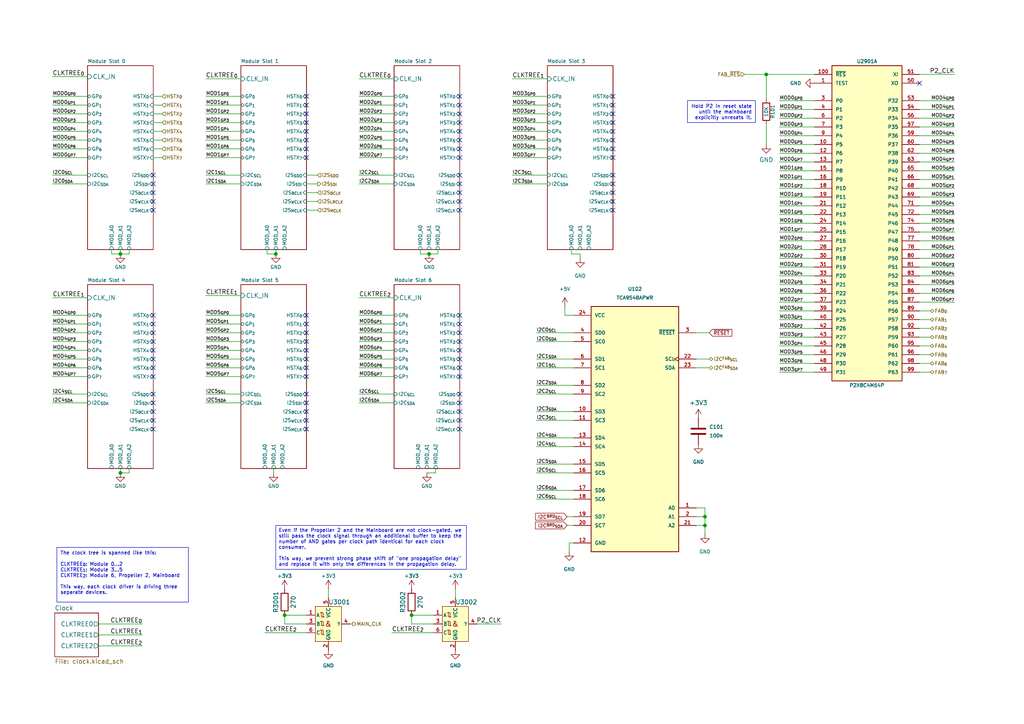
<source format=kicad_sch>
(kicad_sch (version 20250114) (generator "eeschema") (generator_version "9.0")
  (paper "A4")
  (title_block (company "Ashet Technologies"))
  (text_box "Even if the Propeller 2 and the Mainboard are not clock-gated, we still pass the clock signal through an additional buffer to keep the number of AND gates per clock path identical for each clock consumer.\n\nThis way, we prevent strong phase shift of \"one propagation delay\" and replace it with only the differences in the propagation delay." (at 80.01 152.4 0) (size 55.245 12.7) (margins 0.762 0.762 0.762 0.762) (fill (type color) (color 255 255 255 1)) (effects (font (size 1.016 1.016)) (justify left top)))
  (text_box "Hold P2 in reset state until the mainboard explicitly unresets it." (at 199.39 29.21 0) (size 19.685 6.35) (margins 0.9525 0.9525 0.9525 0.9525) (fill (type color) (color 255 255 255 1)) (effects (font (size 1.016 1.016)) (justify right top)))
  (text_box "The clock tree is spanned like this:\n\nCLKTREE_{0}: Module 0…2\nCLKTREE_{1}: Module 3…5\nCLKTREE_{2}: Module 6, Propeller 2, Mainboard\n\nThis way, each clock driver is driving three separate devices." (at 16.51 158.75 0) (size 38.1 15.875) (margins 0.9525 0.9525 0.9525 0.9525) (fill (type color) (color 255 255 255 1)) (effects (font (size 1.016 1.016)) (justify left top)))
  (junction (at 204.47 152.4))
  (junction (at 119.38 178.435))
  (junction (at 82.55 178.435))
  (junction (at 124.46 73.66))
  (junction (at 34.925 73.66))
  (junction (at 80.01 73.66))
  (junction (at 222.25 21.59))
  (junction (at 34.925 137.16))
  (junction (at 204.47 149.86))
  (no_connect (at 133.35 116.84))
  (no_connect (at 44.45 93.98))
  (no_connect (at 133.35 101.6))
  (no_connect (at 177.8 50.8))
  (no_connect (at 177.8 40.64))
  (no_connect (at 88.9 96.52))
  (no_connect (at 133.35 121.92))
  (no_connect (at 88.9 38.1))
  (no_connect (at 133.35 33.02))
  (no_connect (at 88.9 124.46))
  (no_connect (at 88.9 121.92))
  (no_connect (at 44.45 96.52))
  (no_connect (at 177.8 45.72))
  (no_connect (at 133.35 104.14))
  (no_connect (at 88.9 43.18))
  (no_connect (at 133.35 38.1))
  (no_connect (at 88.9 45.72))
  (no_connect (at 88.9 119.38))
  (no_connect (at 88.9 114.3))
  (no_connect (at 133.35 43.18))
  (no_connect (at 177.8 58.42))
  (no_connect (at 44.45 106.68))
  (no_connect (at 44.45 119.38))
  (no_connect (at 177.8 30.48))
  (no_connect (at 88.9 40.64))
  (no_connect (at 88.9 30.48))
  (no_connect (at 133.35 106.68))
  (no_connect (at 88.9 35.56))
  (no_connect (at 133.35 93.98))
  (no_connect (at 88.9 101.6))
  (no_connect (at 88.9 27.94))
  (no_connect (at 88.9 104.14))
  (no_connect (at 44.45 121.92))
  (no_connect (at 44.45 116.84))
  (no_connect (at 44.45 50.8))
  (no_connect (at 44.45 60.96))
  (no_connect (at 44.45 101.6))
  (no_connect (at 177.8 53.34))
  (no_connect (at 177.8 27.94))
  (no_connect (at 44.45 104.14))
  (no_connect (at 133.35 119.38))
  (no_connect (at 133.35 114.3))
  (no_connect (at 133.35 99.06))
  (no_connect (at 88.9 109.22))
  (no_connect (at 177.8 55.88))
  (no_connect (at 44.45 109.22))
  (no_connect (at 44.45 53.34))
  (no_connect (at 177.8 35.56))
  (no_connect (at 133.35 96.52))
  (no_connect (at 177.8 33.02))
  (no_connect (at 44.45 91.44))
  (no_connect (at 133.35 40.64))
  (no_connect (at 88.9 99.06))
  (no_connect (at 44.45 99.06))
  (no_connect (at 88.9 33.02))
  (no_connect (at 133.35 91.44))
  (no_connect (at 44.45 114.3))
  (no_connect (at 44.45 124.46))
  (no_connect (at 133.35 53.34))
  (no_connect (at 133.35 60.96))
  (no_connect (at 177.8 38.1))
  (no_connect (at 133.35 50.8))
  (no_connect (at 133.35 58.42))
  (no_connect (at 177.8 60.96))
  (no_connect (at 44.45 58.42))
  (no_connect (at 88.9 93.98))
  (no_connect (at 133.35 27.94))
  (no_connect (at 88.9 91.44))
  (no_connect (at 88.9 116.84))
  (no_connect (at 44.45 55.88))
  (no_connect (at 133.35 55.88))
  (no_connect (at 133.35 124.46))
  (no_connect (at 133.35 30.48))
  (no_connect (at 133.35 45.72))
  (no_connect (at 266.7 24.13))
  (no_connect (at 88.9 106.68))
  (no_connect (at 177.8 43.18))
  (no_connect (at 133.35 35.56))
  (no_connect (at 133.35 109.22))
  (wire (pts (xy 269.875 107.95) (xy 266.7 107.95)))
  (wire (pts (xy 226.06 34.29) (xy 236.22 34.29)))
  (wire (pts (xy 44.45 43.18) (xy 46.99 43.18)))
  (wire (pts (xy 226.06 31.75) (xy 236.22 31.75)))
  (wire (pts (xy 164.465 152.4) (xy 166.37 152.4)))
  (wire (pts (xy 37.465 73.66) (xy 37.465 72.39)))
  (wire (pts (xy 88.9 55.88) (xy 92.075 55.88)))
  (wire (pts (xy 226.06 92.71) (xy 236.22 92.71)))
  (wire (pts (xy 82.55 178.435) (xy 82.55 180.975)))
  (wire (pts (xy 15.24 91.44) (xy 25.4 91.44)))
  (wire (pts (xy 269.875 90.17) (xy 266.7 90.17)))
  (wire (pts (xy 166.37 111.76) (xy 155.575 111.76)))
  (wire (pts (xy 276.86 67.31) (xy 266.7 67.31)))
  (wire (pts (xy 32.385 73.66) (xy 34.925 73.66)))
  (wire (pts (xy 226.06 105.41) (xy 236.22 105.41)))
  (wire (pts (xy 163.83 88.9) (xy 163.83 91.44)))
  (wire (pts (xy 201.93 104.14) (xy 205.74 104.14)))
  (wire (pts (xy 166.37 127) (xy 155.575 127)))
  (wire (pts (xy 276.86 41.91) (xy 266.7 41.91)))
  (wire (pts (xy 266.7 21.59) (xy 276.86 21.59)))
  (wire (pts (xy 59.69 35.56) (xy 69.85 35.56)))
  (wire (pts (xy 44.45 30.48) (xy 46.99 30.48)))
  (wire (pts (xy 32.385 72.39) (xy 32.385 73.66)))
  (wire (pts (xy 15.24 33.02) (xy 25.4 33.02)))
  (wire (pts (xy 166.37 144.78) (xy 155.575 144.78)))
  (wire (pts (xy 166.37 106.68) (xy 155.575 106.68)))
  (wire (pts (xy 15.24 101.6) (xy 25.4 101.6)))
  (wire (pts (xy 166.37 119.38) (xy 155.575 119.38)))
  (wire (pts (xy 28.575 187.325) (xy 41.275 187.325)))
  (wire (pts (xy 59.69 30.48) (xy 69.85 30.48)))
  (wire (pts (xy 276.86 57.15) (xy 266.7 57.15)))
  (wire (pts (xy 205.74 96.52) (xy 201.93 96.52)))
  (wire (pts (xy 15.24 40.64) (xy 25.4 40.64)))
  (wire (pts (xy 44.45 45.72) (xy 46.99 45.72)))
  (wire (pts (xy 59.69 43.18) (xy 69.85 43.18)))
  (wire (pts (xy 34.925 137.16) (xy 37.465 137.16)))
  (wire (pts (xy 226.06 97.79) (xy 236.22 97.79)))
  (wire (pts (xy 226.06 80.01) (xy 236.22 80.01)))
  (wire (pts (xy 215.9 21.59) (xy 222.25 21.59)))
  (wire (pts (xy 127 73.66) (xy 127 72.39)))
  (wire (pts (xy 138.43 180.975) (xy 145.415 180.975)))
  (wire (pts (xy 276.86 34.29) (xy 266.7 34.29)))
  (wire (pts (xy 34.925 73.66) (xy 37.465 73.66)))
  (wire (pts (xy 88.9 178.435) (xy 82.55 178.435)))
  (wire (pts (xy 269.875 97.79) (xy 266.7 97.79)))
  (wire (pts (xy 226.06 49.53) (xy 236.22 49.53)))
  (wire (pts (xy 166.37 137.16) (xy 155.575 137.16)))
  (wire (pts (xy 121.92 72.39) (xy 121.92 73.66)))
  (wire (pts (xy 79.375 135.89) (xy 79.375 137.16)))
  (wire (pts (xy 69.85 53.34) (xy 59.69 53.34)))
  (wire (pts (xy 222.25 41.91) (xy 222.25 36.195)))
  (wire (pts (xy 276.86 62.23) (xy 266.7 62.23)))
  (wire (pts (xy 276.86 69.85) (xy 266.7 69.85)))
  (wire (pts (xy 201.93 106.68) (xy 205.74 106.68)))
  (wire (pts (xy 269.875 92.71) (xy 266.7 92.71)))
  (wire (pts (xy 104.14 40.64) (xy 114.3 40.64)))
  (wire (pts (xy 132.08 170.815) (xy 132.08 173.355)))
  (wire (pts (xy 226.06 67.31) (xy 236.22 67.31)))
  (wire (pts (xy 148.59 33.02) (xy 158.75 33.02)))
  (wire (pts (xy 104.14 38.1) (xy 114.3 38.1)))
  (wire (pts (xy 104.14 33.02) (xy 114.3 33.02)))
  (wire (pts (xy 276.86 54.61) (xy 266.7 54.61)))
  (wire (pts (xy 15.24 38.1) (xy 25.4 38.1)))
  (wire (pts (xy 25.4 50.8) (xy 15.24 50.8)))
  (wire (pts (xy 148.59 40.64) (xy 158.75 40.64)))
  (wire (pts (xy 15.24 99.06) (xy 25.4 99.06)))
  (wire (pts (xy 104.14 86.36) (xy 114.3 86.36)))
  (wire (pts (xy 226.06 100.33) (xy 236.22 100.33)))
  (wire (pts (xy 276.86 74.93) (xy 266.7 74.93)))
  (wire (pts (xy 276.86 39.37) (xy 266.7 39.37)))
  (wire (pts (xy 15.24 22.225) (xy 25.4 22.225)))
  (wire (pts (xy 226.06 41.91) (xy 236.22 41.91)))
  (wire (pts (xy 104.14 104.14) (xy 114.3 104.14)))
  (wire (pts (xy 59.69 40.64) (xy 69.85 40.64)))
  (wire (pts (xy 59.69 27.94) (xy 69.85 27.94)))
  (wire (pts (xy 269.875 100.33) (xy 266.7 100.33)))
  (wire (pts (xy 95.25 170.815) (xy 95.25 173.355)))
  (wire (pts (xy 104.14 30.48) (xy 114.3 30.48)))
  (wire (pts (xy 276.86 72.39) (xy 266.7 72.39)))
  (wire (pts (xy 28.575 180.975) (xy 41.275 180.975)))
  (wire (pts (xy 124.46 73.66) (xy 127 73.66)))
  (wire (pts (xy 59.69 91.44) (xy 69.85 91.44)))
  (wire (pts (xy 226.06 82.55) (xy 236.22 82.55)))
  (wire (pts (xy 69.85 50.8) (xy 59.69 50.8)))
  (wire (pts (xy 158.75 53.34) (xy 148.59 53.34)))
  (wire (pts (xy 104.14 45.72) (xy 114.3 45.72)))
  (wire (pts (xy 25.4 114.3) (xy 15.24 114.3)))
  (wire (pts (xy 226.06 87.63) (xy 236.22 87.63)))
  (wire (pts (xy 77.47 72.39) (xy 77.47 73.66)))
  (wire (pts (xy 123.825 137.16) (xy 126.365 137.16)))
  (wire (pts (xy 166.37 142.24) (xy 155.575 142.24)))
  (wire (pts (xy 113.665 183.515) (xy 125.73 183.515)))
  (wire (pts (xy 226.06 29.21) (xy 236.22 29.21)))
  (wire (pts (xy 59.69 45.72) (xy 69.85 45.72)))
  (wire (pts (xy 125.73 178.435) (xy 119.38 178.435)))
  (wire (pts (xy 276.86 59.69) (xy 266.7 59.69)))
  (wire (pts (xy 269.875 105.41) (xy 266.7 105.41)))
  (wire (pts (xy 226.06 36.83) (xy 236.22 36.83)))
  (wire (pts (xy 226.06 39.37) (xy 236.22 39.37)))
  (wire (pts (xy 164.465 149.86) (xy 166.37 149.86)))
  (wire (pts (xy 44.45 35.56) (xy 46.99 35.56)))
  (wire (pts (xy 269.875 102.87) (xy 266.7 102.87)))
  (wire (pts (xy 276.86 64.77) (xy 266.7 64.77)))
  (wire (pts (xy 126.365 135.89) (xy 126.365 137.16)))
  (wire (pts (xy 269.875 95.25) (xy 266.7 95.25)))
  (wire (pts (xy 222.25 21.59) (xy 236.22 21.59)))
  (wire (pts (xy 226.06 77.47) (xy 236.22 77.47)))
  (wire (pts (xy 15.24 43.18) (xy 25.4 43.18)))
  (wire (pts (xy 204.47 149.86) (xy 204.47 152.4)))
  (wire (pts (xy 59.69 106.68) (xy 69.85 106.68)))
  (wire (pts (xy 166.37 99.06) (xy 155.575 99.06)))
  (wire (pts (xy 148.59 38.1) (xy 158.75 38.1)))
  (wire (pts (xy 15.24 45.72) (xy 25.4 45.72)))
  (wire (pts (xy 148.59 27.94) (xy 158.75 27.94)))
  (wire (pts (xy 226.06 74.93) (xy 236.22 74.93)))
  (wire (pts (xy 226.06 85.09) (xy 236.22 85.09)))
  (wire (pts (xy 158.75 50.8) (xy 148.59 50.8)))
  (wire (pts (xy 148.59 35.56) (xy 158.75 35.56)))
  (wire (pts (xy 226.06 54.61) (xy 236.22 54.61)))
  (wire (pts (xy 276.86 31.75) (xy 266.7 31.75)))
  (wire (pts (xy 15.24 27.94) (xy 25.4 27.94)))
  (wire (pts (xy 76.835 183.515) (xy 88.9 183.515)))
  (wire (pts (xy 226.06 107.95) (xy 236.22 107.95)))
  (wire (pts (xy 88.9 58.42) (xy 92.075 58.42)))
  (wire (pts (xy 276.86 36.83) (xy 266.7 36.83)))
  (wire (pts (xy 226.06 57.15) (xy 236.22 57.15)))
  (wire (pts (xy 88.9 53.34) (xy 92.075 53.34)))
  (wire (pts (xy 104.14 96.52) (xy 114.3 96.52)))
  (wire (pts (xy 44.45 27.94) (xy 46.99 27.94)))
  (wire (pts (xy 77.47 73.66) (xy 80.01 73.66)))
  (wire (pts (xy 226.06 44.45) (xy 236.22 44.45)))
  (wire (pts (xy 226.06 102.87) (xy 236.22 102.87)))
  (wire (pts (xy 166.37 104.14) (xy 155.575 104.14)))
  (wire (pts (xy 276.86 49.53) (xy 266.7 49.53)))
  (wire (pts (xy 59.69 38.1) (xy 69.85 38.1)))
  (wire (pts (xy 59.69 93.98) (xy 69.85 93.98)))
  (wire (pts (xy 88.9 60.96) (xy 92.075 60.96)))
  (wire (pts (xy 59.69 22.86) (xy 69.85 22.86)))
  (wire (pts (xy 25.4 116.84) (xy 15.24 116.84)))
  (wire (pts (xy 226.06 69.85) (xy 236.22 69.85)))
  (wire (pts (xy 226.06 64.77) (xy 236.22 64.77)))
  (wire (pts (xy 114.3 50.8) (xy 104.14 50.8)))
  (wire (pts (xy 166.37 121.92) (xy 155.575 121.92)))
  (wire (pts (xy 104.14 22.86) (xy 114.3 22.86)))
  (wire (pts (xy 276.86 82.55) (xy 266.7 82.55)))
  (wire (pts (xy 15.24 96.52) (xy 25.4 96.52)))
  (wire (pts (xy 104.14 109.22) (xy 114.3 109.22)))
  (wire (pts (xy 226.06 95.25) (xy 236.22 95.25)))
  (wire (pts (xy 59.69 101.6) (xy 69.85 101.6)))
  (wire (pts (xy 104.14 93.98) (xy 114.3 93.98)))
  (wire (pts (xy 165.1 157.48) (xy 166.37 157.48)))
  (wire (pts (xy 15.24 30.48) (xy 25.4 30.48)))
  (wire (pts (xy 59.69 85.725) (xy 69.85 85.725)))
  (wire (pts (xy 276.86 44.45) (xy 266.7 44.45)))
  (wire (pts (xy 44.45 33.02) (xy 46.99 33.02)))
  (wire (pts (xy 34.925 73.66) (xy 34.925 72.39)))
  (wire (pts (xy 204.47 149.86) (xy 201.93 149.86)))
  (wire (pts (xy 104.14 91.44) (xy 114.3 91.44)))
  (wire (pts (xy 226.06 72.39) (xy 236.22 72.39)))
  (wire (pts (xy 15.24 109.22) (xy 25.4 109.22)))
  (wire (pts (xy 82.55 180.975) (xy 88.9 180.975)))
  (wire (pts (xy 104.14 43.18) (xy 114.3 43.18)))
  (wire (pts (xy 168.275 73.66) (xy 168.275 74.93)))
  (wire (pts (xy 276.86 85.09) (xy 266.7 85.09)))
  (wire (pts (xy 148.59 43.18) (xy 158.75 43.18)))
  (wire (pts (xy 166.37 134.62) (xy 155.575 134.62)))
  (wire (pts (xy 101.6 180.975) (xy 102.235 180.975)))
  (wire (pts (xy 15.24 35.56) (xy 25.4 35.56)))
  (wire (pts (xy 168.275 73.66) (xy 165.735 73.66)))
  (wire (pts (xy 166.37 114.3) (xy 155.575 114.3)))
  (wire (pts (xy 204.47 152.4) (xy 201.93 152.4)))
  (wire (pts (xy 148.59 30.48) (xy 158.75 30.48)))
  (wire (pts (xy 119.38 180.975) (xy 125.73 180.975)))
  (wire (pts (xy 148.59 22.86) (xy 158.75 22.86)))
  (wire (pts (xy 226.06 59.69) (xy 236.22 59.69)))
  (wire (pts (xy 276.86 77.47) (xy 266.7 77.47)))
  (wire (pts (xy 69.85 116.84) (xy 59.69 116.84)))
  (wire (pts (xy 121.92 73.66) (xy 124.46 73.66)))
  (wire (pts (xy 114.3 114.3) (xy 104.14 114.3)))
  (wire (pts (xy 34.925 135.89) (xy 34.925 137.16)))
  (wire (pts (xy 59.69 96.52) (xy 69.85 96.52)))
  (wire (pts (xy 104.14 27.94) (xy 114.3 27.94)))
  (wire (pts (xy 276.86 29.21) (xy 266.7 29.21)))
  (wire (pts (xy 59.69 99.06) (xy 69.85 99.06)))
  (wire (pts (xy 119.38 178.435) (xy 119.38 180.975)))
  (wire (pts (xy 166.37 129.54) (xy 155.575 129.54)))
  (wire (pts (xy 166.37 96.52) (xy 155.575 96.52)))
  (wire (pts (xy 204.47 152.4) (xy 204.47 154.94)))
  (wire (pts (xy 37.465 137.16) (xy 37.465 135.89)))
  (wire (pts (xy 15.24 86.36) (xy 25.4 86.36)))
  (wire (pts (xy 276.86 52.07) (xy 266.7 52.07)))
  (wire (pts (xy 44.45 38.1) (xy 46.99 38.1)))
  (wire (pts (xy 15.24 106.68) (xy 25.4 106.68)))
  (wire (pts (xy 226.06 90.17) (xy 236.22 90.17)))
  (wire (pts (xy 104.14 35.56) (xy 114.3 35.56)))
  (wire (pts (xy 104.14 101.6) (xy 114.3 101.6)))
  (wire (pts (xy 276.86 46.99) (xy 266.7 46.99)))
  (wire (pts (xy 104.14 99.06) (xy 114.3 99.06)))
  (wire (pts (xy 201.93 147.32) (xy 204.47 147.32)))
  (wire (pts (xy 104.14 106.68) (xy 114.3 106.68)))
  (wire (pts (xy 25.4 53.34) (xy 15.24 53.34)))
  (wire (pts (xy 166.37 91.44) (xy 163.83 91.44)))
  (wire (pts (xy 69.85 114.3) (xy 59.69 114.3)))
  (wire (pts (xy 204.47 147.32) (xy 204.47 149.86)))
  (wire (pts (xy 226.06 62.23) (xy 236.22 62.23)))
  (wire (pts (xy 59.69 109.22) (xy 69.85 109.22)))
  (wire (pts (xy 165.735 73.66) (xy 165.735 72.39)))
  (wire (pts (xy 80.01 73.66) (xy 80.01 72.39)))
  (wire (pts (xy 59.69 33.02) (xy 69.85 33.02)))
  (wire (pts (xy 15.24 104.14) (xy 25.4 104.14)))
  (wire (pts (xy 15.24 93.98) (xy 25.4 93.98)))
  (wire (pts (xy 88.9 50.8) (xy 92.075 50.8)))
  (wire (pts (xy 148.59 45.72) (xy 158.75 45.72)))
  (wire (pts (xy 226.06 52.07) (xy 236.22 52.07)))
  (wire (pts (xy 114.3 53.34) (xy 104.14 53.34)))
  (wire (pts (xy 226.06 46.99) (xy 236.22 46.99)))
  (wire (pts (xy 165.1 160.02) (xy 165.1 157.48)))
  (wire (pts (xy 44.45 40.64) (xy 46.99 40.64)))
  (wire (pts (xy 59.69 104.14) (xy 69.85 104.14)))
  (wire (pts (xy 28.575 184.15) (xy 41.275 184.15)))
  (wire (pts (xy 222.25 21.59) (xy 222.25 28.575)))
  (wire (pts (xy 276.86 87.63) (xy 266.7 87.63)))
  (wire (pts (xy 114.3 116.84) (xy 104.14 116.84)))
  (wire (pts (xy 276.86 80.01) (xy 266.7 80.01)))
  (label "I2C1_{SDA}" (at 59.69 53.34 0) (effects (font (size 1.016 1.016))))
  (label "MOD5_{GP1}" (at 59.69 93.98 0) (effects (font (size 1.016 1.016))))
  (label "MOD5_{GP6}" (at 59.69 106.68 0) (effects (font (size 1.016 1.016))))
  (label "CLKTREE_{2}" (at 41.275 187.325 180))
  (label "CLKTREE_{0}" (at 41.275 180.975 180))
  (label "CLKTREE_{1}" (at 148.59 22.86 0))
  (label "MOD6_{GP1}" (at 104.14 93.98 0) (effects (font (size 1.016 1.016))))
  (label "P2_CLK" (at 145.415 180.975 180))
  (label "I2C3_{SCL}" (at 148.59 50.8 0) (effects (font (size 1.016 1.016))))
  (label "MOD0_{GP5}" (at 226.06 41.91 0) (effects (font (size 1.016 1.016))))
  (label "MOD4_{GP4}" (at 15.24 101.6 0) (effects (font (size 1.016 1.016))))
  (label "MOD0_{GP5}" (at 15.24 40.64 0) (effects (font (size 1.016 1.016))))
  (label "MOD0_{GP2}" (at 226.06 34.29 0) (effects (font (size 1.016 1.016))))
  (label "MOD2_{GP0}" (at 104.14 27.94 0) (effects (font (size 1.016 1.016))))
  (label "CLKTREE_{0}" (at 15.24 22.225 0))
  (label "MOD1_{GP3}" (at 226.06 57.15 0) (effects (font (size 1.016 1.016))))
  (label "MOD5_{GP5}" (at 276.86 62.23 180) (effects (font (size 1.016 1.016))))
  (label "MOD1_{GP0}" (at 226.06 49.53 0) (effects (font (size 1.016 1.016))))
  (label "I2C4_{SDA}" (at 15.24 116.84 0) (effects (font (size 1.016 1.016))))
  (label "MOD2_{GP6}" (at 104.14 43.18 0) (effects (font (size 1.016 1.016))))
  (label "MOD1_{GP2}" (at 59.69 33.02 0) (effects (font (size 1.016 1.016))))
  (label "MOD5_{GP3}" (at 59.69 99.06 0) (effects (font (size 1.016 1.016))))
  (label "MOD5_{GP2}" (at 276.86 54.61 180) (effects (font (size 1.016 1.016))))
  (label "MOD3_{GP1}" (at 148.59 30.48 0) (effects (font (size 1.016 1.016))))
  (label "MOD4_{GP7}" (at 15.24 109.22 0) (effects (font (size 1.016 1.016))))
  (label "MOD4_{GP1}" (at 15.24 93.98 0) (effects (font (size 1.016 1.016))))
  (label "MOD5_{GP0}" (at 59.69 91.44 0) (effects (font (size 1.016 1.016))))
  (label "MOD2_{GP6}" (at 226.06 85.09 0) (effects (font (size 1.016 1.016))))
  (label "MOD3_{GP3}" (at 148.59 35.56 0) (effects (font (size 1.016 1.016))))
  (label "MOD2_{GP5}" (at 104.14 40.64 0) (effects (font (size 1.016 1.016))))
  (label "CLKTREE_{0}" (at 104.14 22.86 0))
  (label "MOD2_{GP2}" (at 104.14 33.02 0) (effects (font (size 1.016 1.016))))
  (label "MOD5_{GP2}" (at 59.69 96.52 0) (effects (font (size 1.016 1.016))))
  (label "MOD6_{GP2}" (at 276.86 74.93 180) (effects (font (size 1.016 1.016))))
  (label "MOD5_{GP1}" (at 276.86 52.07 180) (effects (font (size 1.016 1.016))))
  (label "P2_CLK" (at 276.86 21.59 180))
  (label "MOD6_{GP5}" (at 104.14 104.14 0) (effects (font (size 1.016 1.016))))
  (label "I2C2_{SCL}" (at 155.575 114.3 0) (effects (font (size 1.016 1.016))))
  (label "CLKTREE_{2}" (at 113.665 183.515 0))
  (label "MOD4_{GP3}" (at 276.86 36.83 180) (effects (font (size 1.016 1.016))))
  (label "I2C2_{SDA}" (at 104.14 53.34 0) (effects (font (size 1.016 1.016))))
  (label "I2C6_{SCL}" (at 155.575 144.78 0) (effects (font (size 1.016 1.016))))
  (label "I2C3_{SDA}" (at 155.575 119.38 0) (effects (font (size 1.016 1.016))))
  (label "I2C2_{SCL}" (at 104.14 50.8 0) (effects (font (size 1.016 1.016))))
  (label "I2C1_{SCL}" (at 155.575 106.68 0) (effects (font (size 1.016 1.016))))
  (label "MOD6_{GP4}" (at 276.86 80.01 180) (effects (font (size 1.016 1.016))))
  (label "MOD1_{GP0}" (at 59.69 27.94 0) (effects (font (size 1.016 1.016))))
  (label "MOD1_{GP3}" (at 59.69 35.56 0) (effects (font (size 1.016 1.016))))
  (label "I2C0_{SCL}" (at 15.24 50.8 0) (effects (font (size 1.016 1.016))))
  (label "MOD0_{GP7}" (at 226.06 46.99 0) (effects (font (size 1.016 1.016))))
  (label "MOD6_{GP4}" (at 104.14 101.6 0) (effects (font (size 1.016 1.016))))
  (label "MOD1_{GP4}" (at 226.06 59.69 0) (effects (font (size 1.016 1.016))))
  (label "MOD4_{GP3}" (at 15.24 99.06 0) (effects (font (size 1.016 1.016))))
  (label "MOD3_{GP7}" (at 226.06 107.95 0) (effects (font (size 1.016 1.016))))
  (label "I2C6_{SDA}" (at 104.14 116.84 0) (effects (font (size 1.016 1.016))))
  (label "MOD2_{GP4}" (at 226.06 80.01 0) (effects (font (size 1.016 1.016))))
  (label "MOD3_{GP2}" (at 226.06 95.25 0) (effects (font (size 1.016 1.016))))
  (label "MOD1_{GP5}" (at 226.06 62.23 0) (effects (font (size 1.016 1.016))))
  (label "MOD4_{GP6}" (at 15.24 106.68 0) (effects (font (size 1.016 1.016))))
  (label "I2C4_{SCL}" (at 155.575 129.54 0) (effects (font (size 1.016 1.016))))
  (label "MOD2_{GP0}" (at 226.06 69.85 0) (effects (font (size 1.016 1.016))))
  (label "MOD0_{GP3}" (at 226.06 36.83 0) (effects (font (size 1.016 1.016))))
  (label "I2C3_{SCL}" (at 155.575 121.92 0) (effects (font (size 1.016 1.016))))
  (label "MOD3_{GP2}" (at 148.59 33.02 0) (effects (font (size 1.016 1.016))))
  (label "MOD3_{GP3}" (at 226.06 97.79 0) (effects (font (size 1.016 1.016))))
  (label "MOD2_{GP2}" (at 226.06 74.93 0) (effects (font (size 1.016 1.016))))
  (label "MOD3_{GP6}" (at 226.06 105.41 0) (effects (font (size 1.016 1.016))))
  (label "MOD6_{GP3}" (at 104.14 99.06 0) (effects (font (size 1.016 1.016))))
  (label "CLKTREE_{2}" (at 76.835 183.515 0))
  (label "MOD3_{GP1}" (at 226.06 92.71 0) (effects (font (size 1.016 1.016))))
  (label "MOD2_{GP5}" (at 226.06 82.55 0) (effects (font (size 1.016 1.016))))
  (label "MOD4_{GP6}" (at 276.86 44.45 180) (effects (font (size 1.016 1.016))))
  (label "MOD0_{GP0}" (at 226.06 29.21 0) (effects (font (size 1.016 1.016))))
  (label "MOD6_{GP3}" (at 276.86 77.47 180) (effects (font (size 1.016 1.016))))
  (label "MOD4_{GP0}" (at 15.24 91.44 0) (effects (font (size 1.016 1.016))))
  (label "MOD0_{GP4}" (at 15.24 38.1 0) (effects (font (size 1.016 1.016))))
  (label "I2C4_{SDA}" (at 155.575 127 0) (effects (font (size 1.016 1.016))))
  (label "I2C1_{SCL}" (at 59.69 50.8 0) (effects (font (size 1.016 1.016))))
  (label "MOD5_{GP7}" (at 276.86 67.31 180) (effects (font (size 1.016 1.016))))
  (label "MOD2_{GP1}" (at 104.14 30.48 0) (effects (font (size 1.016 1.016))))
  (label "MOD5_{GP0}" (at 276.86 49.53 180) (effects (font (size 1.016 1.016))))
  (label "I2C2_{SDA}" (at 155.575 111.76 0) (effects (font (size 1.016 1.016))))
  (label "MOD0_{GP7}" (at 15.24 45.72 0) (effects (font (size 1.016 1.016))))
  (label "MOD4_{GP2}" (at 15.24 96.52 0) (effects (font (size 1.016 1.016))))
  (label "MOD6_{GP0}" (at 104.14 91.44 0) (effects (font (size 1.016 1.016))))
  (label "MOD2_{GP3}" (at 226.06 77.47 0) (effects (font (size 1.016 1.016))))
  (label "MOD6_{GP7}" (at 276.86 87.63 180) (effects (font (size 1.016 1.016))))
  (label "MOD5_{GP6}" (at 276.86 64.77 180) (effects (font (size 1.016 1.016))))
  (label "MOD4_{GP0}" (at 276.86 29.21 180) (effects (font (size 1.016 1.016))))
  (label "MOD2_{GP4}" (at 104.14 38.1 0) (effects (font (size 1.016 1.016))))
  (label "I2C6_{SCL}" (at 104.14 114.3 0) (effects (font (size 1.016 1.016))))
  (label "I2C5_{SCL}" (at 59.69 114.3 0) (effects (font (size 1.016 1.016))))
  (label "I2C1_{SDA}" (at 155.575 104.14 0) (effects (font (size 1.016 1.016))))
  (label "MOD5_{GP3}" (at 276.86 57.15 180) (effects (font (size 1.016 1.016))))
  (label "MOD1_{GP4}" (at 59.69 38.1 0) (effects (font (size 1.016 1.016))))
  (label "MOD4_{GP2}" (at 276.86 34.29 180) (effects (font (size 1.016 1.016))))
  (label "MOD6_{GP2}" (at 104.14 96.52 0) (effects (font (size 1.016 1.016))))
  (label "MOD1_{GP7}" (at 226.06 67.31 0) (effects (font (size 1.016 1.016))))
  (label "MOD4_{GP5}" (at 15.24 104.14 0) (effects (font (size 1.016 1.016))))
  (label "I2C5_{SDA}" (at 59.69 116.84 0) (effects (font (size 1.016 1.016))))
  (label "MOD2_{GP1}" (at 226.06 72.39 0) (effects (font (size 1.016 1.016))))
  (label "MOD1_{GP1}" (at 226.06 52.07 0) (effects (font (size 1.016 1.016))))
  (label "MOD3_{GP4}" (at 226.06 100.33 0) (effects (font (size 1.016 1.016))))
  (label "CLKTREE_{1}" (at 15.24 86.36 0))
  (label "MOD1_{GP5}" (at 59.69 40.64 0) (effects (font (size 1.016 1.016))))
  (label "I2C0_{SDA}" (at 155.575 99.06 0) (effects (font (size 1.016 1.016))))
  (label "MOD0_{GP6}" (at 226.06 44.45 0) (effects (font (size 1.016 1.016))))
  (label "I2C6_{SDA}" (at 155.575 142.24 0) (effects (font (size 1.016 1.016))))
  (label "I2C0_{SDA}" (at 15.24 53.34 0) (effects (font (size 1.016 1.016))))
  (label "MOD3_{GP6}" (at 148.59 43.18 0) (effects (font (size 1.016 1.016))))
  (label "MOD4_{GP4}" (at 276.86 39.37 180) (effects (font (size 1.016 1.016))))
  (label "CLKTREE_{2}" (at 104.14 86.36 0))
  (label "MOD1_{GP6}" (at 226.06 64.77 0) (effects (font (size 1.016 1.016))))
  (label "CLKTREE_{1}" (at 59.69 85.725 0))
  (label "MOD2_{GP7}" (at 226.06 87.63 0) (effects (font (size 1.016 1.016))))
  (label "MOD0_{GP6}" (at 15.24 43.18 0) (effects (font (size 1.016 1.016))))
  (label "MOD4_{GP5}" (at 276.86 41.91 180) (effects (font (size 1.016 1.016))))
  (label "MOD4_{GP1}" (at 276.86 31.75 180) (effects (font (size 1.016 1.016))))
  (label "MOD1_{GP6}" (at 59.69 43.18 0) (effects (font (size 1.016 1.016))))
  (label "MOD1_{GP1}" (at 59.69 30.48 0) (effects (font (size 1.016 1.016))))
  (label "MOD6_{GP5}" (at 276.86 82.55 180) (effects (font (size 1.016 1.016))))
  (label "MOD0_{GP2}" (at 15.24 33.02 0) (effects (font (size 1.016 1.016))))
  (label "I2C4_{SCL}" (at 15.24 114.3 0) (effects (font (size 1.016 1.016))))
  (label "MOD6_{GP7}" (at 104.14 109.22 0) (effects (font (size 1.016 1.016))))
  (label "MOD2_{GP7}" (at 104.14 45.72 0) (effects (font (size 1.016 1.016))))
  (label "MOD2_{GP3}" (at 104.14 35.56 0) (effects (font (size 1.016 1.016))))
  (label "CLKTREE_{0}" (at 59.69 22.86 0))
  (label "I2C5_{SDA}" (at 155.575 134.62 0) (effects (font (size 1.016 1.016))))
  (label "MOD0_{GP1}" (at 226.06 31.75 0) (effects (font (size 1.016 1.016))))
  (label "MOD1_{GP7}" (at 59.69 45.72 0) (effects (font (size 1.016 1.016))))
  (label "MOD4_{GP7}" (at 276.86 46.99 180) (effects (font (size 1.016 1.016))))
  (label "MOD0_{GP0}" (at 15.24 27.94 0) (effects (font (size 1.016 1.016))))
  (label "MOD0_{GP1}" (at 15.24 30.48 0) (effects (font (size 1.016 1.016))))
  (label "MOD3_{GP7}" (at 148.59 45.72 0) (effects (font (size 1.016 1.016))))
  (label "CLKTREE_{1}" (at 41.275 184.15 180))
  (label "I2C5_{SCL}" (at 155.575 137.16 0) (effects (font (size 1.016 1.016))))
  (label "MOD5_{GP5}" (at 59.69 104.14 0) (effects (font (size 1.016 1.016))))
  (label "MOD3_{GP5}" (at 148.59 40.64 0) (effects (font (size 1.016 1.016))))
  (label "I2C3_{SDA}" (at 148.59 53.34 0) (effects (font (size 1.016 1.016))))
  (label "MOD5_{GP4}" (at 59.69 101.6 0) (effects (font (size 1.016 1.016))))
  (label "I2C0_{SCL}" (at 155.575 96.52 0) (effects (font (size 1.016 1.016))))
  (label "MOD0_{GP4}" (at 226.06 39.37 0) (effects (font (size 1.016 1.016))))
  (label "MOD5_{GP4}" (at 276.86 59.69 180) (effects (font (size 1.016 1.016))))
  (label "MOD3_{GP5}" (at 226.06 102.87 0) (effects (font (size 1.016 1.016))))
  (label "MOD6_{GP6}" (at 104.14 106.68 0) (effects (font (size 1.016 1.016))))
  (label "MOD6_{GP6}" (at 276.86 85.09 180) (effects (font (size 1.016 1.016))))
  (label "MOD5_{GP7}" (at 59.69 109.22 0) (effects (font (size 1.016 1.016))))
  (label "MOD6_{GP1}" (at 276.86 72.39 180) (effects (font (size 1.016 1.016))))
  (label "MOD3_{GP0}" (at 226.06 90.17 0) (effects (font (size 1.016 1.016))))
  (label "MOD3_{GP4}" (at 148.59 38.1 0) (effects (font (size 1.016 1.016))))
  (label "MOD3_{GP0}" (at 148.59 27.94 0) (effects (font (size 1.016 1.016))))
  (label "MOD6_{GP0}" (at 276.86 69.85 180) (effects (font (size 1.016 1.016))))
  (label "MOD1_{GP2}" (at 226.06 54.61 0) (effects (font (size 1.016 1.016))))
  (label "MOD0_{GP3}" (at 15.24 35.56 0) (effects (font (size 1.016 1.016))))
  (global_label "I2C^{BRD}_{SDA}" (shape input) (at 164.465 152.4 180) (effects (font (size 1.016 1.016))) (property "Intersheetrefs" "${INTERSHEET_REFS}" (effects (hide yes))))
  (global_label "I2C^{BRD}_{SCL}" (shape input) (at 164.465 149.86 180) (effects (font (size 1.016 1.016))) (property "Intersheetrefs" "${INTERSHEET_REFS}" (effects (hide yes))))
  (global_label "~{RESET}" (shape input) (at 205.74 96.52 0) (effects (font (size 1.016 1.016))) (property "Intersheetrefs" "${INTERSHEET_REFS}" (effects (hide yes))))
  (hierarchical_label "HSTX_{1}" (shape input) (at 46.99 30.48 0) (effects (font (size 1.016 1.016))))
  (hierarchical_label "I2S_{MCLK}" (shape input) (at 92.075 60.96 0) (effects (font (size 1.016 1.016))))
  (hierarchical_label "FAB_{3}" (shape bidirectional) (at 269.875 97.79 0) (effects (font (size 1.016 1.016))))
  (hierarchical_label "HSTX_{2}" (shape input) (at 46.99 33.02 0) (effects (font (size 1.016 1.016))))
  (hierarchical_label "I2S_{SDO}" (shape input) (at 92.075 50.8 0) (effects (font (size 1.016 1.016))))
  (hierarchical_label "FAB_{5}" (shape bidirectional) (at 269.875 102.87 0) (effects (font (size 1.016 1.016))))
  (hierarchical_label "FAB_~{RES}" (shape input) (at 215.9 21.59 180) (effects (font (size 1.016 1.016))))
  (hierarchical_label "MAIN_CLK" (shape output) (at 102.235 180.975 0) (effects (font (size 1.016 1.016))))
  (hierarchical_label "I2S_{LRCLK}" (shape input) (at 92.075 58.42 0) (effects (font (size 1.016 1.016))))
  (hierarchical_label "I2S_{BCLK}" (shape input) (at 92.075 55.88 0) (effects (font (size 1.016 1.016))))
  (hierarchical_label "HSTX_{5}" (shape input) (at 46.99 40.64 0) (effects (font (size 1.016 1.016))))
  (hierarchical_label "FAB_{0}" (shape bidirectional) (at 269.875 90.17 0) (effects (font (size 1.016 1.016))))
  (hierarchical_label "I2C^{FAB}_{SDA}" (shape bidirectional) (at 205.74 106.68 0) (effects (font (size 1.016 1.016))))
  (hierarchical_label "HSTX_{3}" (shape input) (at 46.99 35.56 0) (effects (font (size 1.016 1.016))))
  (hierarchical_label "FAB_{7}" (shape bidirectional) (at 269.875 107.95 0) (effects (font (size 1.016 1.016))))
  (hierarchical_label "HSTX_{0}" (shape input) (at 46.99 27.94 0) (effects (font (size 1.016 1.016))))
  (hierarchical_label "FAB_{2}" (shape bidirectional) (at 269.875 95.25 0) (effects (font (size 1.016 1.016))))
  (hierarchical_label "FAB_{1}" (shape bidirectional) (at 269.875 92.71 0) (effects (font (size 1.016 1.016))))
  (hierarchical_label "I2S_{SDI}" (shape output) (at 92.075 53.34 0) (effects (font (size 1.016 1.016))))
  (hierarchical_label "HSTX_{4}" (shape input) (at 46.99 38.1 0) (effects (font (size 1.016 1.016))))
  (hierarchical_label "I2C^{FAB}_{SCL}" (shape bidirectional) (at 205.74 104.14 0) (effects (font (size 1.016 1.016))))
  (hierarchical_label "FAB_{6}" (shape bidirectional) (at 269.875 105.41 0) (effects (font (size 1.016 1.016))))
  (hierarchical_label "HSTX_{6}" (shape input) (at 46.99 43.18 0) (effects (font (size 1.016 1.016))))
  (hierarchical_label "FAB_{4}" (shape bidirectional) (at 269.875 100.33 0) (effects (font (size 1.016 1.016))))
  (hierarchical_label "HSTX_{7}" (shape input) (at 46.99 45.72 0) (effects (font (size 1.016 1.016))))
  (symbol (lib_id "power:GND") (at 124.46 73.66 0) (unit 1)
    (property "Reference" "#PWR0108" (effects (hide yes)))
    (property "Value" "GND" (at 124.46 77.47 0) (effects (font (size 1.016 1.016))))
    (property "Description" "Power symbol creates a global label with name \"GND\" , ground" (effects (hide yes)))
  )
  (symbol (lib_id "power:GND") (at 95.25 188.595 0) (unit 1)
    (property "Reference" "#PWR03003" (effects (hide yes)))
    (property "Value" "GND" (at 95.25 193.04 0) (effects (font (size 1.016 1.016))))
    (property "Description" "Power symbol creates a global label with name \"GND\" , ground" (effects (hide yes)))
  )
  (symbol (lib_id "power:+3V3") (at 82.55 170.815 0) (unit 1)
    (property "Reference" "#PWR03001" (effects (hide yes)))
    (property "Value" "+3V3" (at 82.55 167.64 0) (effects (font (size 1.016 1.016)) (justify bottom)))
    (property "Description" "Power symbol creates a global label with name \"+3V3\"" (effects (hide yes)))
  )
  (symbol (lib_id "power:GND") (at 79.375 137.16 0) (unit 1)
    (property "Reference" "#PWR0104" (effects (hide yes)))
    (property "Value" "GND" (at 79.375 140.97 0) (effects (font (size 1.016 1.016))))
    (property "Description" "Power symbol creates a global label with name \"GND\" , ground" (effects (hide yes)))
  )
  (symbol (lib_id "power:GND") (at 123.825 137.16 0) (unit 1)
    (property "Reference" "#PWR0114" (effects (hide yes)))
    (property "Value" "GND" (at 123.825 140.97 0) (effects (font (size 1.016 1.016))))
    (property "Description" "Power symbol creates a global label with name \"GND\" , ground" (effects (hide yes)))
  )
  (symbol (lib_id "power:GND") (at 132.08 188.595 0) (unit 1)
    (property "Reference" "#PWR03006" (effects (hide yes)))
    (property "Value" "GND" (at 132.08 193.04 0) (effects (font (size 1.016 1.016))))
    (property "Description" "Power symbol creates a global label with name \"GND\" , ground" (effects (hide yes)))
  )
  (symbol (lib_id "power:+3V3") (at 95.25 170.815 0) (unit 1)
    (property "Reference" "#PWR03002" (effects (hide yes)))
    (property "Value" "+3V3" (at 95.25 167.64 0) (effects (font (size 1.016 1.016)) (justify bottom)))
    (property "Description" "Power symbol creates a global label with name \"+3V3\"" (effects (hide yes)))
  )
  (symbol (lib_id "Home Computer:P2X8C4M64P") (at 251.46 64.77 0) (unit 1)
    (property "Reference" "U2901" (at 251.46 17.78 0) (effects (font (size 1.016 1.016))))
    (property "Value" "P2X8C4M64P" (at 251.46 111.76 0) (effects (font (size 1.016 1.016))))
    (property "Footprint" "Home Computer:QFP50P1600X1600X120-101N" (effects (hide yes)))
    (property "Datasheet" "https://www.parallax.com/package/propeller-2-p2x8c4m64p-datasheet/" (effects (hide yes)))
    (property "Digikey Part No" "149-P2X8C4M64P-ND" (effects (hide yes)))
  )
  (symbol (lib_id "Home Computer:NL17SZS11DFT2G-Q") (at 95.25 180.975 0) (unit 1)
    (property "Reference" "U3001" (at 98.425 174.625 0))
    (property "Value" "NL17SZS11DFT2G-Q" (effects (hide yes)))
    (property "Footprint" "Package_TO_SOT_SMD:SOT-363_SC-70-6" (effects (hide yes)))
    (property "Datasheet" "https://www.onsemi.com/download/data-sheet/pdf/nl17szs11-d.pdf" (effects (hide yes)))
    (property "Description" "AND Gate IC 1 Channel Schmitt Trigger Input SC-88/SC70-6/SOT-363" (effects (hide yes)))
    (property "DigiKey Part No" "488-NL17SZS11DFT2G-QCT-ND" (effects (hide yes)))
  )
  (symbol (lib_id "power:GND") (at 204.47 154.94 0) (mirror y) (unit 1)
    (property "Reference" "#PWR0109" (effects (hide yes)))
    (property "Value" "GND" (at 204.47 160.02 0) (effects (font (size 1.016 1.016))))
    (property "Description" "Power symbol creates a global label with name \"GND\" , ground" (effects (hide yes)))
  )
  (symbol (lib_id "power:GND") (at 222.25 41.91 0) (mirror y) (unit 1)
    (property "Reference" "#PWR0107" (effects (hide yes)))
    (property "Value" "GND" (at 222.25 46.355 0))
    (property "Description" "Power symbol creates a global label with name \"GND\" , ground" (effects (hide yes)))
  )
  (symbol (lib_id "power:+3V3") (at 119.38 170.815 0) (unit 1)
    (property "Reference" "#PWR03004" (effects (hide yes)))
    (property "Value" "+3V3" (at 119.38 167.64 0) (effects (font (size 1.016 1.016)) (justify bottom)))
    (property "Description" "Power symbol creates a global label with name \"+3V3\"" (effects (hide yes)))
  )
  (symbol (lib_id "power:GND") (at 236.22 24.13 270) (unit 1)
    (property "Reference" "#PWR0101" (effects (hide yes)))
    (property "Value" "GND" (at 232.41 24.1299 90) (effects (font (size 1.016 1.016)) (justify right)))
    (property "Description" "Power symbol creates a global label with name \"GND\" , ground" (effects (hide yes)))
  )
  (symbol (lib_id "power:GND") (at 168.275 74.93 0) (unit 1)
    (property "Reference" "#PWR0105" (effects (hide yes)))
    (property "Value" "GND" (at 168.275 80.01 0) (effects (font (size 1.016 1.016))))
    (property "Description" "Power symbol creates a global label with name \"GND\" , ground" (effects (hide yes)))
  )
  (symbol (lib_id "Device:C") (at 202.565 125.095 180) (unit 1)
    (property "Reference" "C101" (at 205.74 123.8249 0) (effects (font (size 1.016 1.016)) (justify right)))
    (property "Value" "100n" (at 205.74 126.3649 0) (effects (font (size 1.016 1.016)) (justify right)))
    (property "Footprint" "Capacitor_SMD:C_0603_1608Metric" (effects (hide yes)))
    (property "Datasheet" "https://www.yageogroup.com/content/datasheet/asset/file/KEM_C1002_X7R_SMD" (effects (hide yes)))
    (property "Description" "Unpolarized capacitor" (effects (hide yes)))
    (property "Digikey Part No" "399-C0603C104M4RACTUCT-ND" (effects (hide yes)))
  )
  (symbol (lib_id "Device:R") (at 222.25 32.385 0) (mirror x) (unit 1)
    (property "Reference" "R101" (at 223.52 32.385 90) (effects (font (size 1.016 1.016)) (justify top)))
    (property "Value" "10K" (at 222.25 32.385 90) (effects (font (size 1.016 1.016))))
    (property "Footprint" "Resistor_SMD:R_0603_1608Metric" (effects (hide yes)))
    (property "Datasheet" "https://www.yageogroup.com/content/datasheet/asset/file/PYU-RC_GROUP_51_ROHS_L" (effects (hide yes)))
    (property "Description" "Resistor" (effects (hide yes)))
    (property "Digikey Part No" "311-10.0KHRCT-ND" (effects (hide yes)))
  )
  (symbol (lib_id "power:GND") (at 202.565 128.905 0) (unit 1)
    (property "Reference" "#PWR0111" (effects (hide yes)))
    (property "Value" "GND" (at 202.565 133.985 0) (effects (font (size 1.016 1.016))))
    (property "Description" "Power symbol creates a global label with name \"GND\" , ground" (effects (hide yes)))
  )
  (symbol (lib_id "Device:R") (at 82.55 174.625 0) (unit 1)
    (property "Reference" "R3001" (at 80.01 174.625 90))
    (property "Value" "270" (at 85.09 174.625 90))
    (property "Footprint" "Resistor_SMD:R_0603_1608Metric" (effects (hide yes)))
    (property "Datasheet" "https://www.seielect.com/catalog/SEI-RMCF_RMCP.pdf" (effects (hide yes)))
    (property "Description" "Resistor" (effects (hide yes)))
    (property "Digikey Part No" "RMCF0603FT270RCT-ND" (effects (hide yes)))
  )
  (symbol (lib_id "power:GND") (at 165.1 160.02 0) (mirror y) (unit 1)
    (property "Reference" "#PWR0112" (effects (hide yes)))
    (property "Value" "GND" (at 165.1 165.1 0) (effects (font (size 1.016 1.016))))
    (property "Description" "Power symbol creates a global label with name \"GND\" , ground" (effects (hide yes)))
  )
  (symbol (lib_id "power:GND") (at 34.925 73.66 0) (unit 1)
    (property "Reference" "#PWR0102" (effects (hide yes)))
    (property "Value" "GND" (at 34.925 77.47 0) (effects (font (size 1.016 1.016))))
    (property "Description" "Power symbol creates a global label with name \"GND\" , ground" (effects (hide yes)))
  )
  (symbol (lib_id "power:+3V3") (at 132.08 170.815 0) (unit 1)
    (property "Reference" "#PWR03005" (effects (hide yes)))
    (property "Value" "+3V3" (at 132.08 167.64 0) (effects (font (size 1.016 1.016)) (justify bottom)))
    (property "Description" "Power symbol creates a global label with name \"+3V3\"" (effects (hide yes)))
  )
  (symbol (lib_id "power:+3V3") (at 202.565 121.285 0) (unit 1)
    (property "Reference" "#PWR0110" (effects (hide yes)))
    (property "Value" "+3V3" (at 202.565 116.84 0))
    (property "Description" "Power symbol creates a global label with name \"+3V3\"" (effects (hide yes)))
  )
  (symbol (lib_id "Device:R") (at 119.38 174.625 0) (unit 1)
    (property "Reference" "R3002" (at 116.84 174.625 90))
    (property "Value" "270" (at 121.92 174.625 90))
    (property "Footprint" "Resistor_SMD:R_0603_1608Metric" (effects (hide yes)))
    (property "Datasheet" "https://www.seielect.com/catalog/SEI-RMCF_RMCP.pdf" (effects (hide yes)))
    (property "Description" "Resistor" (effects (hide yes)))
    (property "Digikey Part No" "RMCF0603FT270RCT-ND" (effects (hide yes)))
  )
  (symbol (lib_id "Home Computer:TCA9548APWR") (at 184.15 124.46 0) (mirror y) (unit 1)
    (property "Reference" "U102" (at 184.15 83.82 0) (effects (font (size 1.016 1.016))))
    (property "Value" "TCA9548APWR" (at 184.15 86.36 0) (effects (font (size 1.016 1.016))))
    (property "Footprint" "TCA9548APWR:SOP65P640X120-24N" (effects (hide yes)))
    (property "Datasheet" "https://www.ti.com/lit/ds/symlink/tca9548a.pdf" (effects (hide yes)))
    (property "Digikey Part No" "296-34905-1-ND" (effects (hide yes)))
  )
  (symbol (lib_id "power:+5V") (at 163.83 88.9 0) (mirror y) (unit 1)
    (property "Reference" "#PWR0113" (effects (hide yes)))
    (property "Value" "+5V" (at 163.83 83.82 0) (effects (font (size 1.016 1.016))))
    (property "Description" "Power symbol creates a global label with name \"+5V\"" (effects (hide yes)))
  )
  (symbol (lib_id "Home Computer:NL17SZS11DFT2G-Q") (at 132.08 180.975 0) (unit 1)
    (property "Reference" "U3002" (at 135.255 174.625 0))
    (property "Value" "NL17SZS11DFT2G-Q" (effects (hide yes)))
    (property "Footprint" "Package_TO_SOT_SMD:SOT-363_SC-70-6" (effects (hide yes)))
    (property "Datasheet" "https://www.onsemi.com/download/data-sheet/pdf/nl17szs11-d.pdf" (effects (hide yes)))
    (property "Description" "AND Gate IC 1 Channel Schmitt Trigger Input SC-88/SC70-6/SOT-363" (effects (hide yes)))
    (property "DigiKey Part No" "488-NL17SZS11DFT2G-QCT-ND" (effects (hide yes)))
  )
  (symbol (lib_id "power:GND") (at 34.925 137.16 0) (unit 1)
    (property "Reference" "#PWR0103" (effects (hide yes)))
    (property "Value" "GND" (at 34.925 140.97 0) (effects (font (size 1.016 1.016))))
    (property "Description" "Power symbol creates a global label with name \"GND\" , ground" (effects (hide yes)))
  )
  (symbol (lib_id "power:GND") (at 80.01 73.66 0) (unit 1)
    (property "Reference" "#PWR0106" (effects (hide yes)))
    (property "Value" "GND" (at 80.01 77.47 0) (effects (font (size 1.016 1.016))))
    (property "Description" "Power symbol creates a global label with name \"GND\" , ground" (effects (hide yes)))
  )
  (sheet (at 158.75 19.05) (size 19.05 53.34) (stroke (width 0.1524))
    (property "Sheetname" "Module Slot 3" (at 158.75 18.3384 0) (effects (font (size 1.016 1.016)) (justify left bottom)))
    (property "Sheetfile" "module_slot.kicad_sch" (effects (hide yes)))
    (pin "HSTX_{1}" input (at 177.8 30.48 0) (effects (font (size 1.016 1.016))))
    (pin "HSTX_{5}" input (at 177.8 40.64 0) (effects (font (size 1.016 1.016))))
    (pin "HSTX_{7}" input (at 177.8 45.72 0) (effects (font (size 1.016 1.016))))
    (pin "HSTX_{6}" input (at 177.8 43.18 0) (effects (font (size 1.016 1.016))))
    (pin "HSTX_{3}" input (at 177.8 35.56 0) (effects (font (size 1.016 1.016))))
    (pin "HSTX_{2}" input (at 177.8 33.02 0) (effects (font (size 1.016 1.016))))
    (pin "HSTX_{4}" input (at 177.8 38.1 0) (effects (font (size 1.016 1.016))))
    (pin "HSTX_{0}" input (at 177.8 27.94 0) (effects (font (size 1.016 1.016))))
    (pin "I2S_{SDO}" input (at 177.8 50.8 0) (effects (font (size 1.016 1.016))))
    (pin "I2S_{SDI}" input (at 177.8 53.34 0) (effects (font (size 1.016 1.016))))
    (pin "I2S_{BCLK}" input (at 177.8 55.88 0) (effects (font (size 1.016 1.016))))
    (pin "I2C_{SCL}" input (at 158.75 50.8 180) (effects (font (size 1.016 1.016))))
    (pin "I2S_{MCLK}" input (at 177.8 60.96 0) (effects (font (size 1.016 1.016))))
    (pin "I2C_{SDA}" input (at 158.75 53.34 180) (effects (font (size 1.016 1.016))))
    (pin "GP_{6}" bidirectional (at 158.75 43.18 180) (effects (font (size 1.016 1.016))))
    (pin "GP_{5}" bidirectional (at 158.75 40.64 180) (effects (font (size 1.016 1.016))))
    (pin "GP_{7}" bidirectional (at 158.75 45.72 180) (effects (font (size 1.016 1.016))))
    (pin "GP_{4}" bidirectional (at 158.75 38.1 180) (effects (font (size 1.016 1.016))))
    (pin "GP_{0}" bidirectional (at 158.75 27.94 180) (effects (font (size 1.016 1.016))))
    (pin "GP_{2}" bidirectional (at 158.75 33.02 180) (effects (font (size 1.016 1.016))))
    (pin "GP_{3}" bidirectional (at 158.75 35.56 180) (effects (font (size 1.016 1.016))))
    (pin "GP_{1}" bidirectional (at 158.75 30.48 180) (effects (font (size 1.016 1.016))))
    (pin "I2S_{WCLK}" input (at 177.8 58.42 0) (effects (font (size 1.016 1.016))))
    (pin "MOD_A0" input (at 165.735 72.39 270) (effects (font (size 1.016 1.016))))
    (pin "MOD_A1" input (at 168.275 72.39 270) (effects (font (size 1.016 1.016))))
    (pin "MOD_A2" input (at 170.815 72.39 270) (effects (font (size 1.016 1.016))))
    (pin "CLK_IN" input (at 158.75 22.86 180))
  )
  (sheet (at 69.85 19.05) (size 19.05 53.34) (stroke (width 0.1524))
    (property "Sheetname" "Module Slot 1" (at 69.85 18.3384 0) (effects (font (size 1.016 1.016)) (justify left bottom)))
    (property "Sheetfile" "module_slot.kicad_sch" (effects (hide yes)))
    (pin "HSTX_{1}" input (at 88.9 30.48 0) (effects (font (size 1.016 1.016))))
    (pin "HSTX_{5}" input (at 88.9 40.64 0) (effects (font (size 1.016 1.016))))
    (pin "HSTX_{7}" input (at 88.9 45.72 0) (effects (font (size 1.016 1.016))))
    (pin "HSTX_{6}" input (at 88.9 43.18 0) (effects (font (size 1.016 1.016))))
    (pin "HSTX_{3}" input (at 88.9 35.56 0) (effects (font (size 1.016 1.016))))
    (pin "HSTX_{2}" input (at 88.9 33.02 0) (effects (font (size 1.016 1.016))))
    (pin "HSTX_{4}" input (at 88.9 38.1 0) (effects (font (size 1.016 1.016))))
    (pin "HSTX_{0}" input (at 88.9 27.94 0) (effects (font (size 1.016 1.016))))
    (pin "I2S_{SDO}" input (at 88.9 50.8 0) (effects (font (size 1.016 1.016))))
    (pin "I2S_{SDI}" input (at 88.9 53.34 0) (effects (font (size 1.016 1.016))))
    (pin "I2S_{BCLK}" input (at 88.9 55.88 0) (effects (font (size 1.016 1.016))))
    (pin "I2C_{SCL}" input (at 69.85 50.8 180) (effects (font (size 1.016 1.016))))
    (pin "I2S_{MCLK}" input (at 88.9 60.96 0) (effects (font (size 1.016 1.016))))
    (pin "I2C_{SDA}" input (at 69.85 53.34 180) (effects (font (size 1.016 1.016))))
    (pin "GP_{6}" bidirectional (at 69.85 43.18 180) (effects (font (size 1.016 1.016))))
    (pin "GP_{5}" bidirectional (at 69.85 40.64 180) (effects (font (size 1.016 1.016))))
    (pin "GP_{7}" bidirectional (at 69.85 45.72 180) (effects (font (size 1.016 1.016))))
    (pin "GP_{4}" bidirectional (at 69.85 38.1 180) (effects (font (size 1.016 1.016))))
    (pin "GP_{0}" bidirectional (at 69.85 27.94 180) (effects (font (size 1.016 1.016))))
    (pin "GP_{2}" bidirectional (at 69.85 33.02 180) (effects (font (size 1.016 1.016))))
    (pin "GP_{3}" bidirectional (at 69.85 35.56 180) (effects (font (size 1.016 1.016))))
    (pin "GP_{1}" bidirectional (at 69.85 30.48 180) (effects (font (size 1.016 1.016))))
    (pin "I2S_{WCLK}" input (at 88.9 58.42 0) (effects (font (size 1.016 1.016))))
    (pin "MOD_A0" input (at 77.47 72.39 270) (effects (font (size 1.016 1.016))))
    (pin "MOD_A1" input (at 80.01 72.39 270) (effects (font (size 1.016 1.016))))
    (pin "MOD_A2" input (at 82.55 72.39 270) (effects (font (size 1.016 1.016))))
    (pin "CLK_IN" input (at 69.85 22.86 180))
  )
  (sheet (at 25.4 82.55) (size 19.05 53.34) (stroke (width 0.1524))
    (property "Sheetname" "Module Slot 4" (at 25.4 81.8384 0) (effects (font (size 1.016 1.016)) (justify left bottom)))
    (property "Sheetfile" "module_slot.kicad_sch" (effects (hide yes)))
    (pin "HSTX_{1}" input (at 44.45 93.98 0) (effects (font (size 1.016 1.016))))
    (pin "HSTX_{5}" input (at 44.45 104.14 0) (effects (font (size 1.016 1.016))))
    (pin "HSTX_{7}" input (at 44.45 109.22 0) (effects (font (size 1.016 1.016))))
    (pin "HSTX_{6}" input (at 44.45 106.68 0) (effects (font (size 1.016 1.016))))
    (pin "HSTX_{3}" input (at 44.45 99.06 0) (effects (font (size 1.016 1.016))))
    (pin "HSTX_{2}" input (at 44.45 96.52 0) (effects (font (size 1.016 1.016))))
    (pin "HSTX_{4}" input (at 44.45 101.6 0) (effects (font (size 1.016 1.016))))
    (pin "HSTX_{0}" input (at 44.45 91.44 0) (effects (font (size 1.016 1.016))))
    (pin "I2S_{SDO}" input (at 44.45 114.3 0) (effects (font (size 1.016 1.016))))
    (pin "I2S_{SDI}" input (at 44.45 116.84 0) (effects (font (size 1.016 1.016))))
    (pin "I2S_{BCLK}" input (at 44.45 119.38 0) (effects (font (size 1.016 1.016))))
    (pin "I2C_{SCL}" input (at 25.4 114.3 180) (effects (font (size 1.016 1.016))))
    (pin "I2S_{MCLK}" input (at 44.45 124.46 0) (effects (font (size 1.016 1.016))))
    (pin "I2C_{SDA}" input (at 25.4 116.84 180) (effects (font (size 1.016 1.016))))
    (pin "GP_{6}" bidirectional (at 25.4 106.68 180) (effects (font (size 1.016 1.016))))
    (pin "GP_{5}" bidirectional (at 25.4 104.14 180) (effects (font (size 1.016 1.016))))
    (pin "GP_{7}" bidirectional (at 25.4 109.22 180) (effects (font (size 1.016 1.016))))
    (pin "GP_{4}" bidirectional (at 25.4 101.6 180) (effects (font (size 1.016 1.016))))
    (pin "GP_{0}" bidirectional (at 25.4 91.44 180) (effects (font (size 1.016 1.016))))
    (pin "GP_{2}" bidirectional (at 25.4 96.52 180) (effects (font (size 1.016 1.016))))
    (pin "GP_{3}" bidirectional (at 25.4 99.06 180) (effects (font (size 1.016 1.016))))
    (pin "GP_{1}" bidirectional (at 25.4 93.98 180) (effects (font (size 1.016 1.016))))
    (pin "I2S_{WCLK}" input (at 44.45 121.92 0) (effects (font (size 1.016 1.016))))
    (pin "MOD_A0" input (at 32.385 135.89 270) (effects (font (size 1.016 1.016))))
    (pin "MOD_A1" input (at 34.925 135.89 270) (effects (font (size 1.016 1.016))))
    (pin "MOD_A2" input (at 37.465 135.89 270) (effects (font (size 1.016 1.016))))
    (pin "CLK_IN" input (at 25.4 86.36 180))
  )
  (sheet (at 114.3 19.05) (size 19.05 53.34) (stroke (width 0.1524))
    (property "Sheetname" "Module Slot 2" (at 114.3 18.3384 0) (effects (font (size 1.016 1.016)) (justify left bottom)))
    (property "Sheetfile" "module_slot.kicad_sch" (effects (hide yes)))
    (pin "HSTX_{1}" input (at 133.35 30.48 0) (effects (font (size 1.016 1.016))))
    (pin "HSTX_{5}" input (at 133.35 40.64 0) (effects (font (size 1.016 1.016))))
    (pin "HSTX_{7}" input (at 133.35 45.72 0) (effects (font (size 1.016 1.016))))
    (pin "HSTX_{6}" input (at 133.35 43.18 0) (effects (font (size 1.016 1.016))))
    (pin "HSTX_{3}" input (at 133.35 35.56 0) (effects (font (size 1.016 1.016))))
    (pin "HSTX_{2}" input (at 133.35 33.02 0) (effects (font (size 1.016 1.016))))
    (pin "HSTX_{4}" input (at 133.35 38.1 0) (effects (font (size 1.016 1.016))))
    (pin "HSTX_{0}" input (at 133.35 27.94 0) (effects (font (size 1.016 1.016))))
    (pin "I2S_{SDO}" input (at 133.35 50.8 0) (effects (font (size 1.016 1.016))))
    (pin "I2S_{SDI}" input (at 133.35 53.34 0) (effects (font (size 1.016 1.016))))
    (pin "I2S_{BCLK}" input (at 133.35 55.88 0) (effects (font (size 1.016 1.016))))
    (pin "I2C_{SCL}" input (at 114.3 50.8 180) (effects (font (size 1.016 1.016))))
    (pin "I2S_{MCLK}" input (at 133.35 60.96 0) (effects (font (size 1.016 1.016))))
    (pin "I2C_{SDA}" input (at 114.3 53.34 180) (effects (font (size 1.016 1.016))))
    (pin "GP_{6}" bidirectional (at 114.3 43.18 180) (effects (font (size 1.016 1.016))))
    (pin "GP_{5}" bidirectional (at 114.3 40.64 180) (effects (font (size 1.016 1.016))))
    (pin "GP_{7}" bidirectional (at 114.3 45.72 180) (effects (font (size 1.016 1.016))))
    (pin "GP_{4}" bidirectional (at 114.3 38.1 180) (effects (font (size 1.016 1.016))))
    (pin "GP_{0}" bidirectional (at 114.3 27.94 180) (effects (font (size 1.016 1.016))))
    (pin "GP_{2}" bidirectional (at 114.3 33.02 180) (effects (font (size 1.016 1.016))))
    (pin "GP_{3}" bidirectional (at 114.3 35.56 180) (effects (font (size 1.016 1.016))))
    (pin "GP_{1}" bidirectional (at 114.3 30.48 180) (effects (font (size 1.016 1.016))))
    (pin "I2S_{WCLK}" input (at 133.35 58.42 0) (effects (font (size 1.016 1.016))))
    (pin "MOD_A0" input (at 121.92 72.39 270) (effects (font (size 1.016 1.016))))
    (pin "MOD_A1" input (at 124.46 72.39 270) (effects (font (size 1.016 1.016))))
    (pin "MOD_A2" input (at 127 72.39 270) (effects (font (size 1.016 1.016))))
    (pin "CLK_IN" input (at 114.3 22.86 180))
  )
  (sheet (at 114.3 82.55) (size 19.05 53.34) (stroke (width 0.1524))
    (property "Sheetname" "Module Slot 6" (at 114.3 81.8384 0) (effects (font (size 1.016 1.016)) (justify left bottom)))
    (property "Sheetfile" "module_slot.kicad_sch" (effects (hide yes)))
    (pin "HSTX_{1}" input (at 133.35 93.98 0) (effects (font (size 1.016 1.016))))
    (pin "HSTX_{5}" input (at 133.35 104.14 0) (effects (font (size 1.016 1.016))))
    (pin "HSTX_{7}" input (at 133.35 109.22 0) (effects (font (size 1.016 1.016))))
    (pin "HSTX_{6}" input (at 133.35 106.68 0) (effects (font (size 1.016 1.016))))
    (pin "HSTX_{3}" input (at 133.35 99.06 0) (effects (font (size 1.016 1.016))))
    (pin "HSTX_{2}" input (at 133.35 96.52 0) (effects (font (size 1.016 1.016))))
    (pin "HSTX_{4}" input (at 133.35 101.6 0) (effects (font (size 1.016 1.016))))
    (pin "HSTX_{0}" input (at 133.35 91.44 0) (effects (font (size 1.016 1.016))))
    (pin "I2S_{SDO}" input (at 133.35 114.3 0) (effects (font (size 1.016 1.016))))
    (pin "I2S_{SDI}" input (at 133.35 116.84 0) (effects (font (size 1.016 1.016))))
    (pin "I2S_{BCLK}" input (at 133.35 119.38 0) (effects (font (size 1.016 1.016))))
    (pin "I2C_{SCL}" input (at 114.3 114.3 180) (effects (font (size 1.016 1.016))))
    (pin "I2S_{MCLK}" input (at 133.35 124.46 0) (effects (font (size 1.016 1.016))))
    (pin "I2C_{SDA}" input (at 114.3 116.84 180) (effects (font (size 1.016 1.016))))
    (pin "GP_{6}" bidirectional (at 114.3 106.68 180) (effects (font (size 1.016 1.016))))
    (pin "GP_{5}" bidirectional (at 114.3 104.14 180) (effects (font (size 1.016 1.016))))
    (pin "GP_{7}" bidirectional (at 114.3 109.22 180) (effects (font (size 1.016 1.016))))
    (pin "GP_{4}" bidirectional (at 114.3 101.6 180) (effects (font (size 1.016 1.016))))
    (pin "GP_{0}" bidirectional (at 114.3 91.44 180) (effects (font (size 1.016 1.016))))
    (pin "GP_{2}" bidirectional (at 114.3 96.52 180) (effects (font (size 1.016 1.016))))
    (pin "GP_{3}" bidirectional (at 114.3 99.06 180) (effects (font (size 1.016 1.016))))
    (pin "GP_{1}" bidirectional (at 114.3 93.98 180) (effects (font (size 1.016 1.016))))
    (pin "I2S_{WCLK}" input (at 133.35 121.92 0) (effects (font (size 1.016 1.016))))
    (pin "MOD_A0" input (at 121.285 135.89 270) (effects (font (size 1.016 1.016))))
    (pin "MOD_A1" input (at 123.825 135.89 270) (effects (font (size 1.016 1.016))))
    (pin "MOD_A2" input (at 126.365 135.89 270) (effects (font (size 1.016 1.016))))
    (pin "CLK_IN" input (at 114.3 86.36 180))
  )
  (sheet (at 25.4 19.05) (size 19.05 53.34) (stroke (width 0.1524))
    (property "Sheetname" "Module Slot 0" (at 25.4 18.3384 0) (effects (font (size 1.016 1.016)) (justify left bottom)))
    (property "Sheetfile" "module_slot.kicad_sch" (effects (hide yes)))
    (pin "HSTX_{1}" input (at 44.45 30.48 0) (effects (font (size 1.016 1.016))))
    (pin "HSTX_{5}" input (at 44.45 40.64 0) (effects (font (size 1.016 1.016))))
    (pin "HSTX_{7}" input (at 44.45 45.72 0) (effects (font (size 1.016 1.016))))
    (pin "HSTX_{6}" input (at 44.45 43.18 0) (effects (font (size 1.016 1.016))))
    (pin "HSTX_{3}" input (at 44.45 35.56 0) (effects (font (size 1.016 1.016))))
    (pin "HSTX_{2}" input (at 44.45 33.02 0) (effects (font (size 1.016 1.016))))
    (pin "HSTX_{4}" input (at 44.45 38.1 0) (effects (font (size 1.016 1.016))))
    (pin "HSTX_{0}" input (at 44.45 27.94 0) (effects (font (size 1.016 1.016))))
    (pin "I2S_{SDO}" input (at 44.45 50.8 0) (effects (font (size 1.016 1.016))))
    (pin "I2S_{SDI}" input (at 44.45 53.34 0) (effects (font (size 1.016 1.016))))
    (pin "I2S_{BCLK}" input (at 44.45 55.88 0) (effects (font (size 1.016 1.016))))
    (pin "I2C_{SCL}" input (at 25.4 50.8 180) (effects (font (size 1.016 1.016))))
    (pin "I2S_{MCLK}" input (at 44.45 60.96 0) (effects (font (size 1.016 1.016))))
    (pin "I2C_{SDA}" input (at 25.4 53.34 180) (effects (font (size 1.016 1.016))))
    (pin "GP_{6}" bidirectional (at 25.4 43.18 180) (effects (font (size 1.016 1.016))))
    (pin "GP_{5}" bidirectional (at 25.4 40.64 180) (effects (font (size 1.016 1.016))))
    (pin "GP_{7}" bidirectional (at 25.4 45.72 180) (effects (font (size 1.016 1.016))))
    (pin "GP_{4}" bidirectional (at 25.4 38.1 180) (effects (font (size 1.016 1.016))))
    (pin "GP_{0}" bidirectional (at 25.4 27.94 180) (effects (font (size 1.016 1.016))))
    (pin "GP_{2}" bidirectional (at 25.4 33.02 180) (effects (font (size 1.016 1.016))))
    (pin "GP_{3}" bidirectional (at 25.4 35.56 180) (effects (font (size 1.016 1.016))))
    (pin "GP_{1}" bidirectional (at 25.4 30.48 180) (effects (font (size 1.016 1.016))))
    (pin "I2S_{WCLK}" input (at 44.45 58.42 0) (effects (font (size 1.016 1.016))))
    (pin "MOD_A0" input (at 32.385 72.39 270) (effects (font (size 1.016 1.016))))
    (pin "MOD_A2" input (at 37.465 72.39 270) (effects (font (size 1.016 1.016))))
    (pin "MOD_A1" input (at 34.925 72.39 270) (effects (font (size 1.016 1.016))))
    (pin "CLK_IN" input (at 25.4 22.225 180))
  )
  (sheet (at 15.875 177.8) (size 12.7 12.7) (stroke (width 0.1524))
    (property "Sheetname" "Clock" (at 15.875 177.0884 0) (effects (justify left bottom)))
    (property "Sheetfile" "clock.kicad_sch" (at 15.875 191.0846 0) (effects (justify left top)))
    (pin "CLKTREE0" output (at 28.575 180.975 0))
    (pin "CLKTREE1" output (at 28.575 184.15 0))
    (pin "CLKTREE2" output (at 28.575 187.325 0))
  )
  (sheet (at 69.85 82.55) (size 19.05 53.34) (stroke (width 0.1524))
    (property "Sheetname" "Module Slot 5" (at 69.85 81.8384 0) (effects (font (size 1.016 1.016)) (justify left bottom)))
    (property "Sheetfile" "module_slot.kicad_sch" (effects (hide yes)))
    (pin "HSTX_{1}" input (at 88.9 93.98 0) (effects (font (size 1.016 1.016))))
    (pin "HSTX_{5}" input (at 88.9 104.14 0) (effects (font (size 1.016 1.016))))
    (pin "HSTX_{7}" input (at 88.9 109.22 0) (effects (font (size 1.016 1.016))))
    (pin "HSTX_{6}" input (at 88.9 106.68 0) (effects (font (size 1.016 1.016))))
    (pin "HSTX_{3}" input (at 88.9 99.06 0) (effects (font (size 1.016 1.016))))
    (pin "HSTX_{2}" input (at 88.9 96.52 0) (effects (font (size 1.016 1.016))))
    (pin "HSTX_{4}" input (at 88.9 101.6 0) (effects (font (size 1.016 1.016))))
    (pin "HSTX_{0}" input (at 88.9 91.44 0) (effects (font (size 1.016 1.016))))
    (pin "I2S_{SDO}" input (at 88.9 114.3 0) (effects (font (size 1.016 1.016))))
    (pin "I2S_{SDI}" input (at 88.9 116.84 0) (effects (font (size 1.016 1.016))))
    (pin "I2S_{BCLK}" input (at 88.9 119.38 0) (effects (font (size 1.016 1.016))))
    (pin "I2C_{SCL}" input (at 69.85 114.3 180) (effects (font (size 1.016 1.016))))
    (pin "I2S_{MCLK}" input (at 88.9 124.46 0) (effects (font (size 1.016 1.016))))
    (pin "I2C_{SDA}" input (at 69.85 116.84 180) (effects (font (size 1.016 1.016))))
    (pin "GP_{6}" bidirectional (at 69.85 106.68 180) (effects (font (size 1.016 1.016))))
    (pin "GP_{5}" bidirectional (at 69.85 104.14 180) (effects (font (size 1.016 1.016))))
    (pin "GP_{7}" bidirectional (at 69.85 109.22 180) (effects (font (size 1.016 1.016))))
    (pin "GP_{4}" bidirectional (at 69.85 101.6 180) (effects (font (size 1.016 1.016))))
    (pin "GP_{0}" bidirectional (at 69.85 91.44 180) (effects (font (size 1.016 1.016))))
    (pin "GP_{2}" bidirectional (at 69.85 96.52 180) (effects (font (size 1.016 1.016))))
    (pin "GP_{3}" bidirectional (at 69.85 99.06 180) (effects (font (size 1.016 1.016))))
    (pin "GP_{1}" bidirectional (at 69.85 93.98 180) (effects (font (size 1.016 1.016))))
    (pin "I2S_{WCLK}" input (at 88.9 121.92 0) (effects (font (size 1.016 1.016))))
    (pin "MOD_A0" input (at 76.835 135.89 270) (effects (font (size 1.016 1.016))))
    (pin "MOD_A1" input (at 79.375 135.89 270) (effects (font (size 1.016 1.016))))
    (pin "MOD_A2" input (at 81.915 135.89 270) (effects (font (size 1.016 1.016))))
    (pin "CLK_IN" input (at 69.85 85.725 180))
  )
)
</source>
